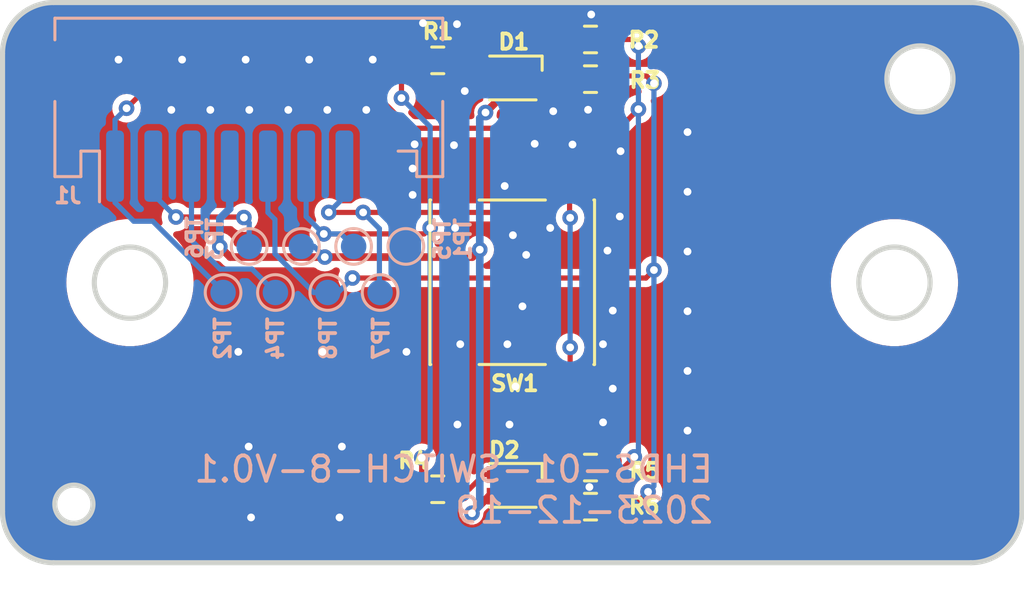
<source format=kicad_pcb>
(kicad_pcb (version 20221018) (generator pcbnew)
  (title_block (title "EHDS-01 Switch-8") (date "2024-01-18") (rev "V0.1") (company "Ovobot") (comment 1 "EHDS-01 Switch-8副板，V0.1，40x22x1.2mm ，FR4，2层，绿油白字，无铅喷锡"))
  (layers (0 "F.Cu" signal) (31 "B.Cu" signal) (34 "B.Paste" user) (35 "F.Paste" user) (36 "B.SilkS" user "B.Silkscreen") (37 "F.SilkS" user "F.Silkscreen") (38 "B.Mask" user) (39 "F.Mask" user) (44 "Edge.Cuts" user))
  (net 0 "")
  (net 1 "GND")
  (net 2 "/CHG_ON_LED")
  (net 3 "/CHG_DONE_LED")
  (net 4 "+3V3")
  (net 5 "/LED_BLUE")
  (net 6 "/LED_RED")
  (net 7 "/IR_OUT")
  (net 8 "Net-(D1-RK)")
  (net 9 "Net-(D1-GK)")
  (net 10 "Net-(D1-BK)")
  (net 11 "Net-(D2-RK)")
  (net 12 "Net-(D2-GK)")
  (net 13 "Net-(D2-BK)")
  (net 14 "/LED_GREEN")
  (footprint "Resistor_SMD:R_0603_1608Metric" (layer "F.Cu") (at 151.224 94.471 180)
    (fp_text reference "R6" (at -2.108 0.021) (layer "F.SilkS") (effects (font (size 0.6 0.6))))
    (fp_text value "330R")
    (fp_line (start -0.237258 -0.5225) (end 0.237258 -0.5225) (stroke (width 0.12)) (layer "F.SilkS"))
    (fp_line (start -0.237258 0.5225) (end 0.237258 0.5225) (stroke (width 0.12)) (layer "F.SilkS"))
    (pad "1" smd roundrect (at -0.825 0 180) (size 0.8 0.95) (layers "F.Cu" "F.Paste" "F.Mask") (net 5 "/LED_BLUE"))
    (pad "2" smd roundrect (at 0.825 0 180) (size 0.8 0.95) (layers "F.Cu" "F.Paste" "F.Mask") (net 13 "Net-(D2-BK)"))
  )
  (footprint "Resistor_SMD:R_0603_1608Metric" (layer "F.Cu") (at 145.23 93.787)
    (fp_text reference "R4" (at -0.95 -1.116) (layer "F.SilkS") (effects (font (size 0.6 0.6))))
    (fp_text value "330R")
    (fp_line (start -0.237258 -0.5225) (end 0.237258 -0.5225) (stroke (width 0.12)) (layer "F.SilkS"))
    (fp_line (start -0.237258 0.5225) (end 0.237258 0.5225) (stroke (width 0.12)) (layer "F.SilkS"))
    (pad "1" smd roundrect (at -0.825 0) (size 0.8 0.95) (layers "F.Cu" "F.Paste" "F.Mask") (net 6 "/LED_RED"))
    (pad "2" smd roundrect (at 0.825 0) (size 0.8 0.95) (layers "F.Cu" "F.Paste" "F.Mask") (net 11 "Net-(D2-RK)"))
  )
  (footprint "Resistor_SMD:R_0603_1608Metric" (layer "F.Cu") (at 151.224 76.123 180)
    (fp_text reference "R2" (at -2.096 -0.02) (layer "F.SilkS") (effects (font (size 0.6 0.6))))
    (fp_text value "330R")
    (fp_line (start -0.237258 -0.5225) (end 0.237258 -0.5225) (stroke (width 0.12)) (layer "F.SilkS"))
    (fp_line (start -0.237258 0.5225) (end 0.237258 0.5225) (stroke (width 0.12)) (layer "F.SilkS"))
    (pad "1" smd roundrect (at -0.825 0 180) (size 0.8 0.95) (layers "F.Cu" "F.Paste" "F.Mask") (net 14 "/LED_GREEN"))
    (pad "2" smd roundrect (at 0.825 0 180) (size 0.8 0.95) (layers "F.Cu" "F.Paste" "F.Mask") (net 9 "Net-(D1-GK)"))
  )
  (footprint "Ovo_LED_SMD:LED_Everlight_ARGB_1.6x1.6mm" (layer "F.Cu") (at 148.177 77.635)
    (fp_text reference "D1" (at 0.038 -1.417 unlocked) (layer "F.SilkS") (effects (font (size 0.6 0.6))))
    (fp_text value "19-237D/BHR6GHC-C01/2T")
    (fp_line (start -0.91 -0.86) (end 1.15 -0.86) (stroke (width 0.12)) (layer "F.SilkS"))
    (fp_line (start -0.91 0.86) (end 0.91 0.86) (stroke (width 0.12)) (layer "F.SilkS"))
    (fp_line (start 1.15 -0.86) (end 1.15 -0.3) (stroke (width 0.12)) (layer "F.SilkS"))
    (pad "1" smd rect (at -0.625 0.425) (size 0.8 0.65) (layers "F.Cu" "F.Paste" "F.Mask") (net 4 "+3V3"))
    (pad "2" smd rect (at -0.625 -0.425) (size 0.8 0.65) (layers "F.Cu" "F.Paste" "F.Mask") (net 8 "Net-(D1-RK)"))
    (pad "3" smd rect (at 0.625 -0.425) (size 0.8 0.65) (layers "F.Cu" "F.Paste" "F.Mask") (net 9 "Net-(D1-GK)"))
    (pad "4" smd rect (at 0.625 0.425) (size 0.8 0.65) (layers "F.Cu" "F.Paste" "F.Mask") (net 10 "Net-(D1-BK)"))
  )
  (footprint "Resistor_SMD:R_0603_1608Metric" (layer "F.Cu") (at 151.224 77.681 180)
    (fp_text reference "R3" (at -2.133 -0.046) (layer "F.SilkS") (effects (font (size 0.6 0.6))))
    (fp_text value "330R")
    (fp_line (start -0.237258 -0.5225) (end 0.237258 -0.5225) (stroke (width 0.12)) (layer "F.SilkS"))
    (fp_line (start -0.237258 0.5225) (end 0.237258 0.5225) (stroke (width 0.12)) (layer "F.SilkS"))
    (pad "1" smd roundrect (at -0.825 0 180) (size 0.8 0.95) (layers "F.Cu" "F.Paste" "F.Mask") (net 5 "/LED_BLUE"))
    (pad "2" smd roundrect (at 0.825 0 180) (size 0.8 0.95) (layers "F.Cu" "F.Paste" "F.Mask") (net 10 "Net-(D1-BK)"))
  )
  (footprint "Ovo_LED_SMD:LED_Everlight_ARGB_1.6x1.6mm" (layer "F.Cu") (at 148.177 93.635)
    (fp_text reference "D2" (at -0.332 -1.382 unlocked) (layer "F.SilkS") (effects (font (size 0.6 0.6))))
    (fp_text value "19-237D/BHR6GHC-C01/2T")
    (fp_line (start -0.91 -0.86) (end 1.15 -0.86) (stroke (width 0.12)) (layer "F.SilkS"))
    (fp_line (start -0.91 0.86) (end 0.91 0.86) (stroke (width 0.12)) (layer "F.SilkS"))
    (fp_line (start 1.15 -0.86) (end 1.15 -0.3) (stroke (width 0.12)) (layer "F.SilkS"))
    (pad "1" smd rect (at -0.625 0.425) (size 0.8 0.65) (layers "F.Cu" "F.Paste" "F.Mask") (net 4 "+3V3"))
    (pad "2" smd rect (at -0.625 -0.425) (size 0.8 0.65) (layers "F.Cu" "F.Paste" "F.Mask") (net 11 "Net-(D2-RK)"))
    (pad "3" smd rect (at 0.625 -0.425) (size 0.8 0.65) (layers "F.Cu" "F.Paste" "F.Mask") (net 12 "Net-(D2-GK)"))
    (pad "4" smd rect (at 0.625 0.425) (size 0.8 0.65) (layers "F.Cu" "F.Paste" "F.Mask") (net 13 "Net-(D2-BK)"))
  )
  (footprint "Resistor_SMD:R_0603_1608Metric" (layer "F.Cu") (at 145.23 76.944)
    (fp_text reference "R1" (at 0.011 -1.135) (layer "F.SilkS") (effects (font (size 0.6 0.6))))
    (fp_text value "330R")
    (fp_line (start -0.237258 -0.5225) (end 0.237258 -0.5225) (stroke (width 0.12)) (layer "F.SilkS"))
    (fp_line (start -0.237258 0.5225) (end 0.237258 0.5225) (stroke (width 0.12)) (layer "F.SilkS"))
    (pad "1" smd roundrect (at -0.825 0) (size 0.8 0.95) (layers "F.Cu" "F.Paste" "F.Mask") (net 6 "/LED_RED"))
    (pad "2" smd roundrect (at 0.825 0) (size 0.8 0.95) (layers "F.Cu" "F.Paste" "F.Mask") (net 8 "Net-(D1-RK)"))
  )
  (footprint "Ovo_Button_Switch_SMD:SW_Push_1P1T_NO_6x6mm_H5.0mm" (layer "F.Cu") (at 148.153 85.658 90)
    (fp_text reference "SW1" (at -3.974 0.102 180) (layer "F.SilkS") (effects (font (size 0.6 0.6))))
    (fp_text value "6x6x5mm")
    (fp_line (start -3.23 -3.23) (end 3.23 -3.23) (stroke (width 0.12)) (layer "F.SilkS"))
    (fp_line (start -3.23 -3.2) (end -3.23 -3.23) (stroke (width 0.12)) (layer "F.SilkS"))
    (fp_line (start -3.23 -1.3) (end -3.23 1.3) (stroke (width 0.12)) (layer "F.SilkS"))
    (fp_line (start -3.23 3.23) (end -3.23 3.2) (stroke (width 0.12)) (layer "F.SilkS"))
    (fp_line (start -3.23 3.23) (end 3.23 3.23) (stroke (width 0.12)) (layer "F.SilkS"))
    (fp_line (start 3.23 -3.23) (end 3.23 -3.2) (stroke (width 0.12)) (layer "F.SilkS"))
    (fp_line (start 3.23 -1.3) (end 3.23 1.3) (stroke (width 0.12)) (layer "F.SilkS"))
    (fp_line (start 3.23 3.23) (end 3.23 3.2) (stroke (width 0.12)) (layer "F.SilkS"))
    (pad "1" smd rect (at -3.975 -2.25 90) (size 1.55 1.3) (layers "F.Cu" "F.Paste" "F.Mask") (net 1 "GND"))
    (pad "1" smd rect (at 3.975 -2.25 90) (size 1.55 1.3) (layers "F.Cu" "F.Paste" "F.Mask") (net 1 "GND"))
    (pad "2" smd rect (at -3.975 2.25 90) (size 1.55 1.3) (layers "F.Cu" "F.Paste" "F.Mask") (net 7 "/IR_OUT"))
    (pad "2" smd rect (at 3.975 2.25 90) (size 1.55 1.3) (layers "F.Cu" "F.Paste" "F.Mask") (net 7 "/IR_OUT"))
  )
  (footprint "Resistor_SMD:R_0603_1608Metric" (layer "F.Cu") (at 151.224 92.936 180)
    (fp_text reference "R5" (at -2.127 -0.142) (layer "F.SilkS") (effects (font (size 0.6 0.6))))
    (fp_text value "330R")
    (fp_line (start -0.237258 -0.5225) (end 0.237258 -0.5225) (stroke (width 0.12)) (layer "F.SilkS"))
    (fp_line (start -0.237258 0.5225) (end 0.237258 0.5225) (stroke (width 0.12)) (layer "F.SilkS"))
    (pad "1" smd roundrect (at -0.825 0 180) (size 0.8 0.95) (layers "F.Cu" "F.Paste" "F.Mask") (net 14 "/LED_GREEN"))
    (pad "2" smd roundrect (at 0.825 0 180) (size 0.8 0.95) (layers "F.Cu" "F.Paste" "F.Mask") (net 12 "Net-(D2-GK)"))
  )
  (footprint "TestPoint:TestPoint_Pad_D1.0mm" (layer "B.Cu") (at 137.830001 84.251 180)
    (fp_text reference "TP6" (at 2.135001 0.345 90) (layer "B.SilkS") (effects (font (size 0.6 0.6)) (justify mirror)))
    (fp_text value "CHG_ON_LED")
    (fp_circle (center 0 0) (end 0 -0.7) (stroke (width 0.12)) (fill none) (layer "B.SilkS"))
    (pad "1" smd circle (at 0 0 180) (size 1 1) (layers "B.Cu" "B.Mask") (net 2 "/CHG_ON_LED"))
  )
  (footprint "TestPoint:TestPoint_Pad_D1.0mm" (layer "B.Cu") (at 141.928667 84.251 180)
    (fp_text reference "TP5" (at -3.478333 0.284 90) (layer "B.SilkS") (effects (font (size 0.6 0.6)) (justify mirror)))
    (fp_text value "LED_RED")
    (fp_circle (center 0 0) (end 0 -0.7) (stroke (width 0.12)) (fill none) (layer "B.SilkS"))
    (pad "1" smd circle (at 0 0 180) (size 1 1) (layers "B.Cu" "B.Mask") (net 6 "/LED_RED"))
  )
  (footprint "TestPoint:TestPoint_Pad_D1.0mm" (layer "B.Cu") (at 143.978 84.251 180)
    (fp_text reference "TP1" (at -2.245 0.272 90) (layer "B.SilkS") (effects (font (size 0.6 0.6)) (justify mirror)))
    (fp_text value "GND")
    (fp_circle (center 0 0) (end 0 -0.7) (stroke (width 0.12)) (fill none) (layer "B.SilkS"))
    (pad "1" smd circle (at 0 0 180) (size 1 1) (layers "B.Cu" "B.Mask") (net 1 "GND"))
  )
  (footprint "TestPoint:TestPoint_Pad_D1.0mm" (layer "B.Cu") (at 142.967 86.06 180)
    (fp_text reference "TP7" (at -0.037 -1.808 90) (layer "B.SilkS") (effects (font (size 0.6 0.6)) (justify mirror)))
    (fp_text value "IR_OUT")
    (fp_circle (center 0 0) (end 0 -0.7) (stroke (width 0.12)) (fill none) (layer "B.SilkS"))
    (pad "1" smd circle (at 0 0 180) (size 1 1) (layers "B.Cu" "B.Mask") (net 7 "/IR_OUT"))
  )
  (footprint "TestPoint:TestPoint_Pad_D1.0mm" (layer "B.Cu") (at 136.806 86.06 180)
    (fp_text reference "TP2" (at 0.009 -1.808 90) (layer "B.SilkS") (effects (font (size 0.6 0.6)) (justify mirror)))
    (fp_text value "VPP")
    (fp_circle (center 0 0) (end 0 -0.7) (stroke (width 0.12)) (fill none) (layer "B.SilkS"))
    (pad "1" smd circle (at 0 0 180) (size 1 1) (layers "B.Cu" "B.Mask") (net 14 "/LED_GREEN"))
  )
  (footprint "TestPoint:TestPoint_Pad_D1.0mm" (layer "B.Cu") (at 139.879334 84.251 180)
    (fp_text reference "TP3" (at 3.397334 0.284 90) (layer "B.SilkS") (effects (font (size 0.6 0.6)) (justify mirror)))
    (fp_text value "3V3")
    (fp_circle (center 0 0) (end 0 -0.7) (stroke (width 0.12)) (fill none) (layer "B.SilkS"))
    (pad "1" smd circle (at 0 0 180) (size 1 1) (layers "B.Cu" "B.Mask") (net 4 "+3V3"))
  )
  (footprint "Ovo_Connector_JST:JST_ZH_S8B-ZR-SM4-TF_1x08-1MP_P1.50mm_Horizontal" (layer "B.Cu") (at 137.816 79.448)
    (fp_text reference "J1" (at -7.104 2.809 180) (layer "B.SilkS") (effects (font (size 0.6 0.6)) (justify mirror)))
    (fp_text value "ZH1.5MM/8AWSMT")
    (fp_line (start -7.61 -4.16) (end 7.61 -4.16) (stroke (width 0.12)) (layer "B.SilkS"))
    (fp_line (start -7.61 -3.31) (end -7.61 -4.16) (stroke (width 0.12)) (layer "B.SilkS"))
    (fp_line (start -7.61 -0.89) (end -7.61 2.06) (stroke (width 0.12)) (layer "B.SilkS"))
    (fp_line (start -7.61 2.06) (end -6.59 2.06) (stroke (width 0.12)) (layer "B.SilkS"))
    (fp_line (start -6.59 1.06) (end -5.86 1.06) (stroke (width 0.12)) (layer "B.SilkS"))
    (fp_line (start -6.59 2.06) (end -6.59 1.06) (stroke (width 0.12)) (layer "B.SilkS"))
    (fp_line (start -5.86 1.06) (end -5.86 3.05) (stroke (width 0.12)) (layer "B.SilkS"))
    (fp_line (start 6.59 1.06) (end 5.86 1.06) (stroke (width 0.12)) (layer "B.SilkS"))
    (fp_line (start 6.59 2.06) (end 6.59 1.06) (stroke (width 0.12)) (layer "B.SilkS"))
    (fp_line (start 7.61 -4.16) (end 7.61 -3.31) (stroke (width 0.12)) (layer "B.SilkS"))
    (fp_line (start 7.61 -0.89) (end 7.61 2.06) (stroke (width 0.12)) (layer "B.SilkS"))
    (fp_line (start 7.61 2.06) (end 6.59 2.06) (stroke (width 0.12)) (layer "B.SilkS"))
    (pad "1" smd roundrect (at -5.25 1.65) (size 0.7 2.8) (layers "B.Cu" "B.Paste" "B.Mask") (net 14 "/LED_GREEN"))
    (pad "2" smd roundrect (at -3.75 1.65) (size 0.7 2.8) (layers "B.Cu" "B.Paste" "B.Mask") (net 2 "/CHG_ON_LED"))
    (pad "3" smd roundrect (at -2.25 1.65) (size 0.7 2.8) (layers "B.Cu" "B.Paste" "B.Mask") (net 3 "/CHG_DONE_LED"))
    (pad "4" smd roundrect (at -0.75 1.65) (size 0.7 2.8) (layers "B.Cu" "B.Paste" "B.Mask") (net 4 "+3V3"))
    (pad "5" smd roundrect (at 0.75 1.65) (size 0.7 2.8) (layers "B.Cu" "B.Paste" "B.Mask") (net 5 "/LED_BLUE"))
    (pad "6" smd roundrect (at 2.25 1.65) (size 0.7 2.8) (layers "B.Cu" "B.Paste" "B.Mask") (net 6 "/LED_RED"))
    (pad "7" smd roundrect (at 3.75 1.65) (size 0.7 2.8) (layers "B.Cu" "B.Paste" "B.Mask") (net 7 "/IR_OUT"))
    (pad "8" smd roundrect (at 5.25 1.65) (size 0.7 2.8) (layers "B.Cu" "B.Paste" "B.Mask") (net 1 "GND"))
    (pad "MP" smd roundrect (at -7.2 -2.1) (size 1.1 1.9) (layers "B.Cu" "B.Paste" "B.Mask") (roundrect_rratio 0.2272727273) (net 1 "GND"))
    (pad "MP" smd roundrect (at 7.2 -2.1) (size 1.1 1.9) (layers "B.Cu" "B.Paste" "B.Mask") (roundrect_rratio 0.2272727273) (net 1 "GND"))
  )
  (footprint "TestPoint:TestPoint_Pad_D1.0mm" (layer "B.Cu") (at 138.859666 86.06 180)
    (fp_text reference "TP4" (at -0.006334 -1.808 90) (layer "B.SilkS") (effects (font (size 0.6 0.6)) (justify mirror)))
    (fp_text value "CHG_DONE_LED")
    (fp_circle (center 0 0) (end 0 -0.7) (stroke (width 0.12)) (fill none) (layer "B.SilkS"))
    (pad "1" smd circle (at 0 0 180) (size 1 1) (layers "B.Cu" "B.Mask") (net 3 "/CHG_DONE_LED"))
  )
  (footprint "TestPoint:TestPoint_Pad_D1.0mm" (layer "B.Cu") (at 140.913332 86.06 180)
    (fp_text reference "TP8" (at -0.021668 -1.808 90) (layer "B.SilkS") (effects (font (size 0.6 0.6)) (justify mirror)))
    (fp_text value "LED_BLUE")
    (fp_circle (center 0 0) (end 0 -0.7) (stroke (width 0.12)) (fill none) (layer "B.SilkS"))
    (pad "1" smd circle (at 0 0 180) (size 1 1) (layers "B.Cu" "B.Mask") (net 5 "/LED_BLUE"))
  )
  (gr_circle (center 130.952 94.373) (end 131.702 94.373) (stroke (width 0.2)) (fill none) (layer "Edge.Cuts"))
  (gr_circle (center 133.152 85.673) (end 134.552 85.673) (stroke (width 0.2)) (fill none) (layer "Edge.Cuts"))
  (gr_arc (start 130.152 96.673) (mid 128.737759 96.087229) (end 128.152 94.673) (stroke (width 0.2)) (layer "Edge.Cuts"))
  (gr_line (start 166.152 74.673) (end 130.152 74.673) (stroke (width 0.2)) (layer "Edge.Cuts"))
  (gr_line (start 168.152 94.673) (end 168.152 76.673) (stroke (width 0.2)) (layer "Edge.Cuts"))
  (gr_line (start 128.152 76.673) (end 128.152 94.673) (stroke (width 0.2)) (layer "Edge.Cuts"))
  (gr_arc (start 128.152 76.673) (mid 128.73779 75.258804) (end 130.152 74.673) (stroke (width 0.2)) (layer "Edge.Cuts"))
  (gr_circle (center 164.152 77.673) (end 165.452 77.673) (stroke (width 0.2)) (fill none) (layer "Edge.Cuts"))
  (gr_arc (start 168.152 94.673) (mid 167.566217 96.087231) (end 166.152 96.673) (stroke (width 0.2)) (layer "Edge.Cuts"))
  (gr_arc (start 166.152 74.673) (mid 167.566186 75.258802) (end 168.152 76.673) (stroke (width 0.2)) (layer "Edge.Cuts"))
  (gr_line (start 130.152 96.673) (end 166.152 96.673) (stroke (width 0.2)) (layer "Edge.Cuts"))
  (gr_circle (center 163.152 85.673) (end 164.552 85.673) (stroke (width 0.2)) (fill none) (layer "Edge.Cuts"))
  (gr_text "EHDS-01-SWITCH-8-V0.1\n2023-12-19\n\n\n" (at 156.118 95.417) (layer "B.SilkS") (effects (font (size 1 1)) (justify left mirror)))
  (via (at 155.031 91.486) (size 0.6096) (drill 0.3048) (layers "F.Cu" "B.Cu") (net 1))
  (via (at 145.984 75.521) (size 0.6096) (drill 0.3048) (layers "F.Cu" "B.Cu") (net 1))
  (via (at 152.098 86.771) (size 0.6096) (drill 0.3048) (layers "F.Cu" "B.Cu") (net 1))
  (via (at 140.895 78.889) (size 0.6096) (drill 0.3048) (layers "F.Cu" "B.Cu") (net 1))
  (via (at 148.7 84.582) (size 0.6096) (drill 0.3048) (layers "F.Cu" "B.Cu") (net 1))
  (via (at 150.517 80.249) (size 0.6096) (drill 0.3048) (layers "F.Cu" "B.Cu") (net 1))
  (via (at 148.554 86.604) (size 0.6096) (drill 0.3048) (layers "F.Cu" "B.Cu") (net 1))
  (via (at 134.775 78.889) (size 0.6096) (drill 0.3048) (layers "F.Cu" "B.Cu") (net 1))
  (via (at 148.283 89.752) (size 0.6096) (drill 0.3048) (layers "F.Cu" "B.Cu") (net 1))
  (via (at 137.904 94.895) (size 0.6096) (drill 0.3048) (layers "F.Cu" "B.Cu") (net 1))
  (via (at 148.179 83.81) (size 0.6096) (drill 0.3048) (layers "F.Cu" "B.Cu") (net 1))
  (via (at 155.031 86.7956) (size 0.6096) (drill 0.3048) (layers "F.Cu" "B.Cu") (net 1))
  (via (at 152.404 80.511) (size 0.6096) (drill 0.3048) (layers "F.Cu" "B.Cu") (net 1))
  (via (at 145.911 83.525) (size 0.6096) (drill 0.3048) (layers "F.Cu" "B.Cu") (net 1))
  (via (at 141.375 94.895) (size 0.6096) (drill 0.3048) (layers "F.Cu" "B.Cu") (net 1))
  (via (at 140.18525 76.915) (size 0.6096) (drill 0.3048) (layers "F.Cu" "B.Cu") (net 1))
  (via (at 151.717 91.16) (size 0.6096) (drill 0.3048) (layers "F.Cu" "B.Cu") (net 1))
  (via (at 147.857 81.878) (size 0.6096) (drill 0.3048) (layers "F.Cu" "B.Cu") (net 1))
  (via (at 151.128 78.883) (size 0.6096) (drill 0.3048) (layers "F.Cu" "B.Cu") (net 1))
  (via (at 151.89 84.415) (size 0.6096) (drill 0.3048) (layers "F.Cu" "B.Cu") (net 1))
  (via (at 151.714 88.091) (size 0.6096) (drill 0.3048) (layers "F.Cu" "B.Cu") (net 1))
  (via (at 155.031 84.4504) (size 0.6096) (drill 0.3048) (layers "F.Cu" "B.Cu") (net 1))
  (via (at 155.031 89.1408) (size 0.6096) (drill 0.3048) (layers "F.Cu" "B.Cu") (net 1))
  (via (at 137.6915 76.915) (size 0.6096) (drill 0.3048) (layers "F.Cu" "B.Cu") (net 1))
  (via (at 142.679 76.915) (size 0.6096) (drill 0.3048) (layers "F.Cu" "B.Cu") (net 1))
  (via (at 151.181 93.7) (size 0.6096) (drill 0.3048) (layers "F.Cu" "B.Cu") (net 1))
  (via (at 137.404 88.391) (size 0.6096) (drill 0.3048) (layers "F.Cu" "B.Cu") (net 1))
  (via (at 142.425 78.889) (size 0.6096) (drill 0.3048) (layers "F.Cu" "B.Cu") (net 1))
  (via (at 139.365 78.889) (size 0.6096) (drill 0.3048) (layers "F.Cu" "B.Cu") (net 1))
  (via (at 148.045 91.245) (size 0.6096) (drill 0.3048) (layers "F.Cu" "B.Cu") (net 1))
  (via (at 149.761 78.941) (size 0.6096) (drill 0.3048) (layers "F.Cu" "B.Cu") (net 1))
  (via (at 149.034 80.22) (size 0.6096) (drill 0.3048) (layers "F.Cu" "B.Cu") (net 1))
  (via (at 145.867 80.275) (size 0.6096) (drill 0.3048) (layers "F.Cu" "B.Cu") (net 1))
  (via (at 144.002 88.391) (size 0.6096) (drill 0.3048) (layers "F.Cu" "B.Cu") (net 1))
  (via (at 137.81 92.112) (size 0.6096) (drill 0.3048) (layers "F.Cu" "B.Cu") (net 1))
  (via (at 146.002 91.245) (size 0.6096) (drill 0.3048) (layers "F.Cu" "B.Cu") (net 1))
  (via (at 147.962 88.091) (size 0.6096) (drill 0.3048) (layers "F.Cu" "B.Cu") (net 1))
  (via (at 155.031 82.1052) (size 0.6096) (drill 0.3048) (layers "F.Cu" "B.Cu") (net 1))
  (via (at 144.3229 80.24) (size 0.6096) (drill 0.3048) (layers "F.Cu" "B.Cu") (net 1))
  (via (at 140.703 88.391) (size 0.6096) (drill 0.3048) (layers "F.Cu" "B.Cu") (net 1))
  (via (at 155.031 79.76) (size 0.6096) (drill 0.3048) (layers "F.Cu" "B.Cu") (net 1))
  (via (at 146.29 78.148) (size 0.6096) (drill 0.3048) (layers "F.Cu" "B.Cu") (net 1))
  (via (at 151.252 75.142) (size 0.6096) (drill 0.3048) (layers "F.Cu" "B.Cu") (net 1))
  (via (at 137.835 78.889) (size 0.6096) (drill 0.3048) (layers "F.Cu" "B.Cu") (net 1))
  (via (at 149.643 83.525) (size 0.6096) (drill 0.3048) (layers "F.Cu" "B.Cu") (net 1))
  (via (at 144.244 82.226) (size 0.6096) (drill 0.3048) (layers "F.Cu" "B.Cu") (net 1))
  (via (at 132.704 76.915) (size 0.6096) (drill 0.3048) (layers "F.Cu" "B.Cu") (net 1))
  (via (at 146.113 88.091) (size 0.6096) (drill 0.3048) (layers "F.Cu" "B.Cu") (net 1))
  (via (at 135.19775 76.915) (size 0.6096) (drill 0.3048) (layers "F.Cu" "B.Cu") (net 1))
  (via (at 144.65 75.479) (size 0.6096) (drill 0.3048) (layers "F.Cu" "B.Cu") (net 1))
  (via (at 152.098 89.835) (size 0.6096) (drill 0.3048) (layers "F.Cu" "B.Cu") (net 1))
  (via (at 152.373 83.075) (size 0.6096) (drill 0.3048) (layers "F.Cu" "B.Cu") (net 1))
  (via (at 141.469 92.112) (size 0.6096) (drill 0.3048) (layers "F.Cu" "B.Cu") (net 1))
  (via (at 144.244 81.1905) (size 0.6096) (drill 0.3048) (layers "F.Cu" "B.Cu") (net 1))
  (via (at 136.305 78.889) (size 0.6096) (drill 0.3048) (layers "F.Cu" "B.Cu") (net 1))
  (segment (start 137.60181 83.096) (end 134.9569 83.096) (width 0.2032) (layer "F.Cu") (net 2))
  (segment (start 137.622297 83.116487) (end 137.60181 83.096) (width 0.2032) (layer "F.Cu") (net 2))
  (via (at 137.622297 83.116487) (size 0.6096) (drill 0.3048) (layers "F.Cu" "B.Cu") (net 2))
  (via (at 134.9569 83.096) (size 0.6096) (drill 0.3048) (layers "F.Cu" "B.Cu") (net 2))
  (segment (start 134.066 82.2051) (end 134.066 81.098) (width 0.2032) (layer "B.Cu") (net 2))
  (segment (start 134.9569 83.096) (end 134.066 82.2051) (width 0.2032) (layer "B.Cu") (net 2))
  (segment (start 137.622297 83.116487) (end 137.830001 83.324191) (width 0.2032) (layer "B.Cu") (net 2))
  (segment (start 137.830001 83.324191) (end 137.830001 84.251) (width 0.2032) (layer "B.Cu") (net 2))
  (segment (start 137.939666 85.14) (end 138.859666 86.06) (width 0.2032) (layer "B.Cu") (net 3))
  (segment (start 136.691895 85.14) (end 137.939666 85.14) (width 0.2032) (layer "B.Cu") (net 3))
  (segment (start 135.566 84.014105) (end 136.691895 85.14) (width 0.2032) (layer "B.Cu") (net 3))
  (segment (start 135.566 81.098) (end 135.566 84.014105) (width 0.2032) (layer "B.Cu") (net 3))
  (segment (start 147.1035 78.9925) (end 147.521 78.575) (width 0.3) (layer "F.Cu") (net 4))
  (segment (start 136.679 84.265) (end 137.083616 84.669616) (width 0.3) (layer "F.Cu") (net 4))
  (segment (start 146.587013 84.669616) (end 146.878629 84.378) (width 0.3) (layer "F.Cu") (net 4))
  (segment (start 137.083616 84.669616) (end 146.587013 84.669616) (width 0.3) (layer "F.Cu") (net 4))
  (segment (start 146.573 94.729) (end 147.242 94.06) (width 0.3) (layer "F.Cu") (net 4))
  (segment (start 147.521 78.575) (end 147.521 78.091) (width 0.3) (layer "F.Cu") (net 4))
  (segment (start 147.242 94.06) (end 147.526 94.06) (width 0.3) (layer "F.Cu") (net 4))
  (via (at 146.573 94.729) (size 0.6096) (drill 0.3048) (layers "F.Cu" "B.Cu") (net 4))
  (via (at 147.1035 78.9925) (size 0.6096) (drill 0.3048) (layers "F.Cu" "B.Cu") (net 4))
  (via (at 140.797112 84.669616) (size 0.6096) (drill 0.3048) (layers "F.Cu" "B.Cu") (net 4))
  (via (at 146.878629 84.378) (size 0.6096) (drill 0.3048) (layers "F.Cu" "B.Cu") (net 4))
  (via (at 136.679 84.265) (size 0.6096) (drill 0.3048) (layers "F.Cu" "B.Cu") (net 4))
  (segment (start 140.378496 84.251) (end 140.797112 84.669616) (width 0.2032) (layer "B.Cu") (net 4))
  (segment (start 136.679 83.153) (end 137.066 82.766) (width 0.3) (layer "B.Cu") (net 4))
  (segment (start 146.878629 84.378) (end 146.878629 94.423371) (width 0.3) (layer "B.Cu") (net 4))
  (segment (start 147.1035 78.9925) (end 146.878629 79.217371) (width 0.3) (layer "B.Cu") (net 4))
  (segment (start 146.878629 79.217371) (end 146.878629 84.378) (width 0.3) (layer "B.Cu") (net 4))
  (segment (start 146.878629 94.423371) (end 146.573 94.729) (width 0.3) (layer "B.Cu") (net 4))
  (segment (start 136.679 84.265) (end 136.679 83.153) (width 0.3) (layer "B.Cu") (net 4))
  (segment (start 137.066 82.766) (end 137.066 81.098) (width 0.3) (layer "B.Cu") (net 4))
  (segment (start 139.879334 84.251) (end 140.378496 84.251) (width 0.2032) (layer "B.Cu") (net 4))
  (segment (start 152.174 77.556) (end 152.049 77.681) (width 0.2032) (layer "F.Cu") (net 5))
  (segment (start 152.049 94.471) (end 152.899 94.471) (width 0.2032) (layer "F.Cu") (net 5))
  (segment (start 153.4221 77.556) (end 152.174 77.556) (width 0.2032) (layer "F.Cu") (net 5))
  (segment (start 152.899 94.471) (end 153.482 93.888) (width 0.2032) (layer "F.Cu") (net 5))
  (segment (start 153.7131 77.847) (end 153.4221 77.556) (width 0.2032) (layer "F.Cu") (net 5))
  (segment (start 141.883 85.492) (end 149.805 85.492) (width 0.2032) (layer "F.Cu") (net 5))
  (segment (start 149.805 85.492) (end 153.4001 85.492) (width 0.2032) (layer "F.Cu") (net 5))
  (segment (start 153.4001 85.492) (end 153.7131 85.179) (width 0.2032) (layer "F.Cu") (net 5))
  (via (at 153.7131 85.179) (size 0.6096) (drill 0.3048) (layers "F.Cu" "B.Cu") (net 5))
  (via (at 153.7131 77.847) (size 0.6096) (drill 0.3048) (layers "F.Cu" "B.Cu") (net 5))
  (via (at 141.883 85.492) (size 0.6096) (drill 0.3048) (layers "F.Cu" "B.Cu") (net 5))
  (via (at 153.482 93.888) (size 0.6096) (drill 0.3048) (layers "F.Cu" "B.Cu") (net 5))
  (segment (start 141.315 86.06) (end 141.883 85.492) (width 0.2032) (layer "B.Cu") (net 5))
  (segment (start 138.566 82.917) (end 138.841 83.192) (width 0.2032) (layer "B.Cu") (net 5))
  (segment (start 153.482 93.888) (end 153.7131 93.6569) (width 0.2032) (layer "B.Cu") (net 5))
  (segment (start 153.7131 93.6569) (end 153.7131 85.179) (width 0.2032) (layer "B.Cu") (net 5))
  (segment (start 140.913332 86.06) (end 141.315 86.06) (width 0.2032) (layer "B.Cu") (net 5))
  (segment (start 153.7131 85.179) (end 153.7131 77.847) (width 0.2032) (layer "B.Cu") (net 5))
  (segment (start 138.566 81.098) (end 138.566 82.917) (width 0.2032) (layer "B.Cu") (net 5))
  (segment (start 138.841 83.192) (end 138.841 84.54) (width 0.2032) (layer "B.Cu") (net 5))
  (segment (start 140.361 86.06) (end 140.913332 86.06) (width 0.2032) (layer "B.Cu") (net 5))
  (segment (start 138.841 84.54) (end 140.361 86.06) (width 0.2032) (layer "B.Cu") (net 5))
  (segment (start 144.696908 83.759192) (end 144.932 83.5241) (width 0.2032) (layer "F.Cu") (net 6))
  (segment (start 144.599 92.553) (end 144.599 93.593) (width 0.2032) (layer "F.Cu") (net 6))
  (segment (start 140.758644 83.759192) (end 144.696908 83.759192) (width 0.2032) (layer "F.Cu") (net 6))
  (segment (start 143.806199 77.542801) (end 144.405 76.944) (width 0.2032) (layer "F.Cu") (net 6))
  (segment (start 143.806199 78.425801) (end 143.806199 77.542801) (width 0.2032) (layer "F.Cu") (net 6))
  (segment (start 144.599 93.593) (end 144.405 93.787) (width 0.2032) (layer "F.Cu") (net 6))
  (via (at 144.932 83.5241) (size 0.6096) (drill 0.3048) (layers "F.Cu" "B.Cu") (net 6))
  (via (at 143.806199 78.425801) (size 0.6096) (drill 0.3048) (layers "F.Cu" "B.Cu") (net 6))
  (via (at 140.758644 83.759192) (size 0.6096) (drill 0.3048) (layers "F.Cu" "B.Cu") (net 6))
  (via (at 144.599 92.553) (size 0.6096) (drill 0.3048) (layers "F.Cu" "B.Cu") (net 6))
  (segment (start 141.436859 83.759192) (end 141.928667 84.251) (width 0.2032) (layer "B.Cu") (net 6))
  (segment (start 144.932 83.5241) (end 144.932 79.551602) (width 0.2032) (layer "B.Cu") (net 6))
  (segment (start 140.066 81.098) (end 140.066 83.077811) (width 0.2032) (layer "B.Cu") (net 6))
  (segment (start 144.932 92.22) (end 144.599 92.553) (width 0.2032) (layer "B.Cu") (net 6))
  (segment (start 144.932 83.5241) (end 144.932 92.22) (width 0.2032) (layer "B.Cu") (net 6))
  (segment (start 140.747381 83.759192) (end 140.758644 83.759192) (width 0.2032) (layer "B.Cu") (net 6))
  (segment (start 140.066 83.077811) (end 140.747381 83.759192) (width 0.2032) (layer "B.Cu") (net 6))
  (segment (start 144.932 79.551602) (end 143.806199 78.425801) (width 0.2032) (layer "B.Cu") (net 6))
  (segment (start 140.758644 83.759192) (end 141.436859 83.759192) (width 0.2032) (layer "B.Cu") (net 6))
  (segment (start 149.636 82.915) (end 150.403 82.148) (width 0.2032) (layer "F.Cu") (net 7))
  (segment (start 150.425 88.217) (end 150.425 89.611) (width 0.2032) (layer "F.Cu") (net 7))
  (segment (start 142.302 82.915) (end 149.636 82.915) (width 0.2032) (layer "F.Cu") (net 7))
  (segment (start 150.425 89.611) (end 150.403 89.633) (width 0.2032) (layer "F.Cu") (net 7))
  (segment (start 150.403 83.104) (end 150.403 81.683) (width 0.2032) (layer "F.Cu") (net 7))
  (segment (start 140.953 82.915) (end 142.302 82.915) (width 0.2032) (layer "F.Cu") (net 7))
  (segment (start 150.403 82.148) (end 150.403 81.683) (width 0.2032) (layer "F.Cu") (net 7))
  (segment (start 150.425 83.126) (end 150.403 83.104) (width 0.2032) (layer "F.Cu") (net 7))
  (via (at 140.953 82.915) (size 0.6096) (drill 0.3048) (layers "F.Cu" "B.Cu") (net 7))
  (via (at 142.302 82.915) (size 0.6096) (drill 0.3048) (layers "F.Cu" "B.Cu") (net 7))
  (via (at 150.425 83.126) (size 0.6096) (drill 0.3048) (layers "F.Cu" "B.Cu") (net 7))
  (via (at 150.425 88.217) (size 0.6096) (drill 0.3048) (layers "F.Cu" "B.Cu") (net 7))
  (segment (start 142.94 83.553) (end 142.94 86.033) (width 0.2032) (layer "B.Cu") (net 7))
  (segment (start 141.566 82.302) (end 141.566 81.098) (width 0.2032) (layer "B.Cu") (net 7))
  (segment (start 150.425 88.217) (end 150.425 83.126) (width 0.2032) (layer "B.Cu") (net 7))
  (segment (start 142.302 82.915) (end 142.94 83.553) (width 0.2032) (layer "B.Cu") (net 7))
  (segment (start 140.953 82.915) (end 141.566 82.302) (width 0.2032) (layer "B.Cu") (net 7))
  (segment (start 147.552 77.21) (end 146.917 77.21) (width 0.2032) (layer "F.Cu") (net 8))
  (segment (start 146.651 76.944) (end 146.055 76.944) (width 0.2032) (layer "F.Cu") (net 8))
  (segment (start 146.917 77.21) (end 146.651 76.944) (width 0.2032) (layer "F.Cu") (net 8))
  (segment (start 149.889 76.123) (end 148.802 77.21) (width 0.2032) (layer "F.Cu") (net 9))
  (segment (start 150.399 76.123) (end 149.889 76.123) (width 0.2032) (layer "F.Cu") (net 9))
  (segment (start 149.363 78.06) (end 148.802 78.06) (width 0.2032) (layer "F.Cu") (net 10))
  (segment (start 150.399 77.681) (end 149.742 77.681) (width 0.2032) (layer "F.Cu") (net 10))
  (segment (start 149.742 77.681) (end 149.363 78.06) (width 0.2032) (layer "F.Cu") (net 10))
  (segment (start 146.4644 93.787) (end 147.0414 93.21) (width 0.2032) (layer "F.Cu") (net 11))
  (segment (start 146.055 93.787) (end 146.4644 93.787) (width 0.2032) (layer "F.Cu") (net 11))
  (segment (start 147.0414 93.21) (end 147.526 93.21) (width 0.2032) (layer "F.Cu") (net 11))
  (segment (start 148.776 93.21) (end 150.125 93.21) (width 0.2032) (layer "F.Cu") (net 12))
  (segment (start 150.125 93.21) (end 150.399 92.936) (width 0.2032) (layer "F.Cu") (net 12))
  (segment (start 148.776 94.06) (end 149.498 94.06) (width 0.2032) (layer "F.Cu") (net 13))
  (segment (start 149.498 94.06) (end 149.909 94.471) (width 0.2032) (layer "F.Cu") (net 13))
  (segment (start 149.909 94.471) (end 150.399 94.471) (width 0.2032) (layer "F.Cu") (net 13))
  (segment (start 152.523 92.936) (end 152.049 92.936) (width 0.2032) (layer "F.Cu") (net 14))
  (segment (start 153.104 78.862) (end 152.356 79.61) (width 0.2032) (layer "F.Cu") (net 14))
  (segment (start 142.768 78.249) (end 133.593 78.249) (width 0.2032) (layer "F.Cu") (net 14))
  (segment (start 152.846 76.123) (end 153.104 76.381) (width 0.2032) (layer "F.Cu") (net 14))
  (segment (start 133.593 78.249) (end 133.018 78.824) (width 0.2032) (layer "F.Cu") (net 14))
  (segment (start 152.049 76.123) (end 152.846 76.123) (width 0.2032) (layer "F.Cu") (net 14))
  (segment (start 152.356 79.61) (end 144.129 79.61) (width 0.2032) (layer "F.Cu") (net 14))
  (segment (start 144.129 79.61) (end 142.768 78.249) (width 0.2032) (layer "F.Cu") (net 14))
  (segment (start 152.944 92.515) (end 152.523 92.936) (width 0.2032) (layer "F.Cu") (net 14))
  (via (at 152.944 92.515) (size 0.6096) (drill 0.3048) (layers "F.Cu" "B.Cu") (net 14))
  (via (at 153.104 76.381) (size 0.6096) (drill 0.3048) (layers "F.Cu" "B.Cu") (net 14))
  (via (at 133.018 78.824) (size 0.6096) (drill 0.3048) (layers "F.Cu" "B.Cu") (net 14))
  (via (at 153.104 78.862) (size 0.6096) (drill 0.3048) (layers "F.Cu" "B.Cu") (net 14))
  (segment (start 136.806 86.021) (end 136.806 86.06) (width 0.2032) (layer "B.Cu") (net 14))
  (segment (start 132.566 79.276) (end 132.566 81.098) (width 0.2032) (layer "B.Cu") (net 14))
  (segment (start 132.566 82.527106) (end 133.299894 83.261) (width 0.2032) (layer "B.Cu") (net 14))
  (segment (start 152.944 92.515) (end 153.104 92.355) (width 0.2032) (layer "B.Cu") (net 14))
  (segment (start 153.104 92.355) (end 153.104 78.862) (width 0.2032) (layer "B.Cu") (net 14))
  (segment (start 134.046 83.261) (end 136.806 86.021) (width 0.2032) (layer "B.Cu") (net 14))
  (segment (start 133.018 78.824) (end 132.566 79.276) (width 0.2032) (layer "B.Cu") (net 14))
  (segment (start 132.566 81.098) (end 132.566 82.527106) (width 0.2032) (layer "B.Cu") (net 14))
  (segment (start 153.104 76.381) (end 153.104 78.862) (width 0.2032) (layer "B.Cu") (net 14))
  (segment (start 133.299894 83.261) (end 134.046 83.261) (width 0.2032) (layer "B.Cu") (net 14))
  (zone (net 1) (net_name "GND") (layers "F&B.Cu") (connect_pads yes (clearance 0.254)) (min_thickness 0.25) (fill yes (thermal_gap 0.5) (thermal_bridge_width 0.5))
    (polygon (pts (xy 128.137 96.724) (xy 168.224 96.724) (xy 168.224 74.603) (xy 128.137 74.603) (xy 128.137 74.617)))
  )
  (zone (net 0) (net_name "") (layers "F&B.Cu") (connect_pads (clearance 0)) (min_thickness 0.25)
    (keepout (tracks not_allowed) (vias not_allowed) (pads not_allowed) (copperpour not_allowed) (footprints not_allowed))
    (fill (thermal_gap 0.5) (thermal_bridge_width 0.5))
    (polygon (pts (xy 165.652 85.673) (xy 165.632287 85.359667) (xy 165.573458 85.051275) (xy 165.476441 84.752689) (xy 165.342767 84.468616) (xy 165.174542 84.203537) (xy 164.974422 83.961632) (xy 164.74556 83.746717) (xy 164.491567 83.56218) (xy 164.216448 83.410932) (xy 163.924542 83.295359) (xy 163.620453 83.217282) (xy 163.308976 83.177933) (xy 162.995024 83.177933) (xy 162.683547 83.217282) (xy 162.379458 83.295359) (xy 162.087552 83.410932) (xy 161.812433 83.56218) (xy 161.55844 83.746717) (xy 161.329578 83.961632) (xy 161.129458 84.203537) (xy 160.961233 84.468616) (xy 160.827559 84.752689) (xy 160.730542 85.051275) (xy 160.671713 85.359667) (xy 160.652 85.673) (xy 160.671713 85.986333) (xy 160.730542 86.294725) (xy 160.827559 86.593311) (xy 160.961233 86.877384) (xy 161.129458 87.142463) (xy 161.329578 87.384368) (xy 161.55844 87.599283) (xy 161.812433 87.78382) (xy 162.087552 87.935068) (xy 162.379458 88.050641) (xy 162.683547 88.128718) (xy 162.995024 88.168067) (xy 163.308976 88.168067) (xy 163.620453 88.128718) (xy 163.924542 88.050641) (xy 164.216448 87.935068) (xy 164.491567 87.78382) (xy 164.74556 87.599283) (xy 164.974422 87.384368) (xy 165.174542 87.142463) (xy 165.342767 86.877384) (xy 165.476441 86.593311) (xy 165.573458 86.294725) (xy 165.632287 85.986333)))
  )
  (zone (net 0) (net_name "") (layers "F&B.Cu") (connect_pads (clearance 0)) (min_thickness 0.25)
    (keepout (tracks allowed) (vias not_allowed) (pads not_allowed) (copperpour not_allowed) (footprints not_allowed))
    (fill (thermal_gap 0.5) (thermal_bridge_width 0.5))
    (polygon (pts (xy 135.652 85.673) (xy 135.632287 85.359667) (xy 135.573458 85.051275) (xy 135.476441 84.752689) (xy 135.342767 84.468616) (xy 135.174542 84.203537) (xy 134.974422 83.961632) (xy 134.74556 83.746717) (xy 134.491567 83.56218) (xy 134.216448 83.410932) (xy 133.924542 83.295359) (xy 133.620453 83.217282) (xy 133.308976 83.177933) (xy 132.995024 83.177933) (xy 132.683547 83.217282) (xy 132.379458 83.295359) (xy 132.087552 83.410932) (xy 131.812433 83.56218) (xy 131.55844 83.746717) (xy 131.329578 83.961632) (xy 131.129458 84.203537) (xy 130.961233 84.468616) (xy 130.827559 84.752689) (xy 130.730542 85.051275) (xy 130.671713 85.359667) (xy 130.652 85.673) (xy 130.671713 85.986333) (xy 130.730542 86.294725) (xy 130.827559 86.593311) (xy 130.961233 86.877384) (xy 131.129458 87.142463) (xy 131.329578 87.384368) (xy 131.55844 87.599283) (xy 131.812433 87.78382) (xy 132.087552 87.935068) (xy 132.379458 88.050641) (xy 132.683547 88.128718) (xy 132.995024 88.168067) (xy 133.308976 88.168067) (xy 133.620453 88.128718) (xy 133.924542 88.050641) (xy 134.216448 87.935068) (xy 134.491567 87.78382) (xy 134.74556 87.599283) (xy 134.974422 87.384368) (xy 135.174542 87.142463) (xy 135.342767 86.877384) (xy 135.476441 86.593311) (xy 135.573458 86.294725) (xy 135.632287 85.986333)))
  )
)
</source>
